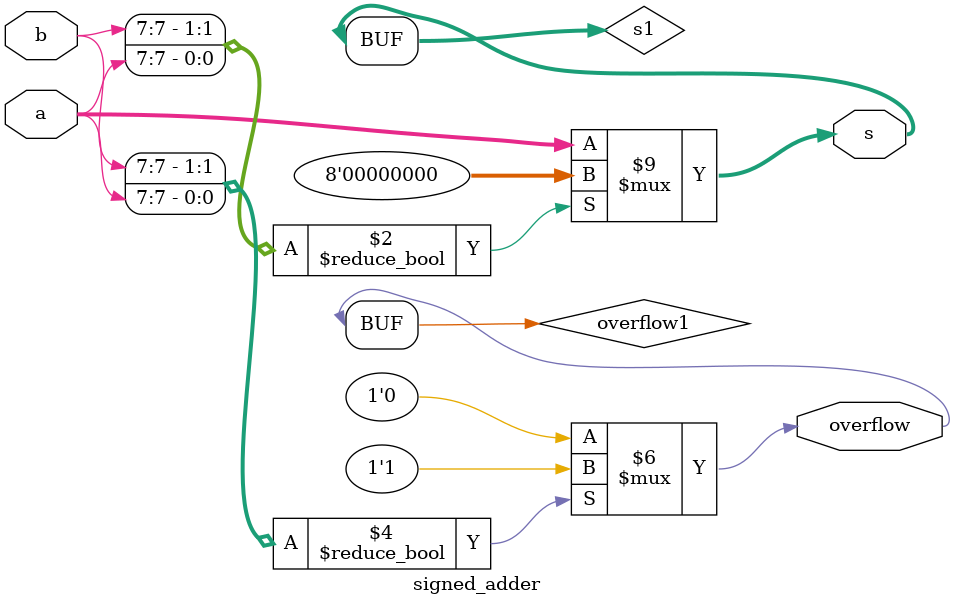
<source format=v>

module signed_adder(input [7:0] a,
    input [7:0] b,
    output [7:0] s,
    output overflow
); 

// The numbers a and b are added to the output s. 
// assign the occurence of the signed overflow of a and b to the output overflow.
// a signed overflow occurs if the most significant bits of a and b are low and the most significant bit of s is high
// a signed overflow may also occur if the most significant bits of a and b are high and the most significant bit of s is low



reg [7:0] s1;
always @ * begin 
if ({b[7],a[7]}) begin
s1= {b[7],8'b0};

end else begin
s1= a;

end
end

reg overflow1;

always @ * begin // The assignment to overflow must be within the always block
if ({b[7],a[7]}) begin
overflow1=1;
end

else begin
overflow1=0; 
end
end

assign overflow=overflow1;
assign s=s1;


endmodule

</source>
